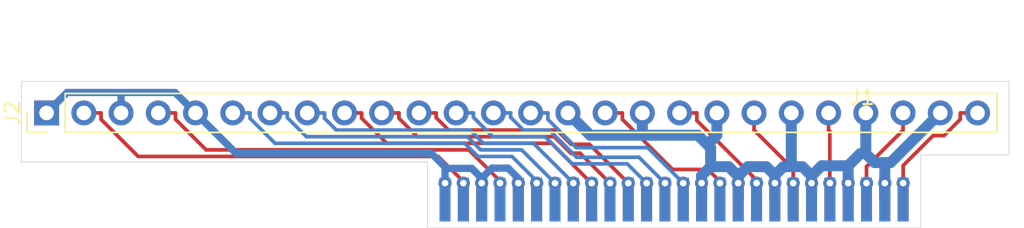
<source format=kicad_pcb>
(kicad_pcb (version 20171130) (host pcbnew "(5.1.5)-3")

  (general
    (thickness 1.6)
    (drawings 8)
    (tracks 206)
    (zones 0)
    (modules 2)
    (nets 20)
  )

  (page A4)
  (layers
    (0 F.Cu signal)
    (31 B.Cu signal)
    (32 B.Adhes user)
    (33 F.Adhes user)
    (34 B.Paste user)
    (35 F.Paste user)
    (36 B.SilkS user)
    (37 F.SilkS user)
    (38 B.Mask user)
    (39 F.Mask user)
    (40 Dwgs.User user)
    (41 Cmts.User user)
    (42 Eco1.User user)
    (43 Eco2.User user)
    (44 Edge.Cuts user)
    (45 Margin user)
    (46 B.CrtYd user)
    (47 F.CrtYd user)
    (48 B.Fab user)
    (49 F.Fab user)
  )

  (setup
    (last_trace_width 0.25)
    (user_trace_width 0.75)
    (trace_clearance 0.2)
    (zone_clearance 0.508)
    (zone_45_only no)
    (trace_min 0.2)
    (via_size 0.8)
    (via_drill 0.4)
    (via_min_size 0.4)
    (via_min_drill 0.3)
    (uvia_size 0.3)
    (uvia_drill 0.1)
    (uvias_allowed no)
    (uvia_min_size 0.2)
    (uvia_min_drill 0.1)
    (edge_width 0.05)
    (segment_width 0.2)
    (pcb_text_width 0.3)
    (pcb_text_size 1.5 1.5)
    (mod_edge_width 0.12)
    (mod_text_size 1 1)
    (mod_text_width 0.15)
    (pad_size 1.7 1.7)
    (pad_drill 1)
    (pad_to_mask_clearance 0.051)
    (solder_mask_min_width 0.25)
    (aux_axis_origin 0 0)
    (visible_elements 7FFFFFFF)
    (pcbplotparams
      (layerselection 0x010fc_ffffffff)
      (usegerberextensions false)
      (usegerberattributes false)
      (usegerberadvancedattributes false)
      (creategerberjobfile false)
      (excludeedgelayer true)
      (linewidth 0.100000)
      (plotframeref false)
      (viasonmask false)
      (mode 1)
      (useauxorigin false)
      (hpglpennumber 1)
      (hpglpenspeed 20)
      (hpglpendiameter 15.000000)
      (psnegative false)
      (psa4output false)
      (plotreference true)
      (plotvalue true)
      (plotinvisibletext false)
      (padsonsilk false)
      (subtractmaskfromsilk false)
      (outputformat 1)
      (mirror false)
      (drillshape 0)
      (scaleselection 1)
      (outputdirectory "gerber/"))
  )

  (net 0 "")
  (net 1 "Net-(J1-Pad26)")
  (net 2 "Net-(J1-Pad24)")
  (net 3 "Net-(J1-Pad2)")
  (net 4 "Net-(J1-Pad4)")
  (net 5 "Net-(J1-Pad6)")
  (net 6 "Net-(J1-Pad7)")
  (net 7 "Net-(J1-Pad8)")
  (net 8 "Net-(J1-Pad9)")
  (net 9 "Net-(J1-Pad10)")
  (net 10 "Net-(J1-Pad11)")
  (net 11 "Net-(J1-Pad12)")
  (net 12 "Net-(J1-Pad13)")
  (net 13 "Net-(J1-Pad14)")
  (net 14 "Net-(J1-Pad16)")
  (net 15 "Net-(J1-Pad18)")
  (net 16 "Net-(J1-Pad20)")
  (net 17 "Net-(J1-Pad22)")
  (net 18 GND)
  (net 19 VCC)

  (net_class Default "This is the default net class."
    (clearance 0.2)
    (trace_width 0.25)
    (via_dia 0.8)
    (via_drill 0.4)
    (uvia_dia 0.3)
    (uvia_drill 0.1)
    (add_net "Net-(J1-Pad10)")
    (add_net "Net-(J1-Pad11)")
    (add_net "Net-(J1-Pad12)")
    (add_net "Net-(J1-Pad13)")
    (add_net "Net-(J1-Pad14)")
    (add_net "Net-(J1-Pad16)")
    (add_net "Net-(J1-Pad18)")
    (add_net "Net-(J1-Pad2)")
    (add_net "Net-(J1-Pad20)")
    (add_net "Net-(J1-Pad22)")
    (add_net "Net-(J1-Pad24)")
    (add_net "Net-(J1-Pad26)")
    (add_net "Net-(J1-Pad4)")
    (add_net "Net-(J1-Pad6)")
    (add_net "Net-(J1-Pad7)")
    (add_net "Net-(J1-Pad8)")
    (add_net "Net-(J1-Pad9)")
  )

  (net_class power ""
    (clearance 0.3)
    (trace_width 0.75)
    (via_dia 1.5)
    (via_drill 0.8)
    (uvia_dia 0.3)
    (uvia_drill 0.1)
    (add_net GND)
  )

  (net_class power2 ""
    (clearance 0.3)
    (trace_width 0.5)
    (via_dia 1)
    (via_drill 0.5)
    (uvia_dia 0.3)
    (uvia_drill 0.1)
    (add_net VCC)
  )

  (module Connector:fdd_26_pin_insert_both_sides (layer F.Cu) (tedit 63B1D47D) (tstamp 62F710FA)
    (at 96.393 64.1985)
    (path /62F680CE)
    (fp_text reference J1 (at 28.448 -7.112) (layer F.SilkS)
      (effects (font (size 1 1) (thickness 0.15)))
    )
    (fp_text value Conn_01x26_Female (at 14.28496 -5.74802) (layer F.Fab)
      (effects (font (size 1 1) (thickness 0.15)))
    )
    (pad 26 thru_hole circle (at 31.25 -1.25) (size 0.9 0.9) (drill 0.45) (layers *.Cu *.Mask)
      (net 1 "Net-(J1-Pad26)"))
    (pad 25 thru_hole circle (at 30 -1.25) (size 0.9 0.9) (drill 0.45) (layers *.Cu *.Mask)
      (net 18 GND))
    (pad 24 thru_hole circle (at 28.75 -1.25) (size 0.9 0.9) (drill 0.45) (layers *.Cu *.Mask)
      (net 2 "Net-(J1-Pad24)"))
    (pad 23 thru_hole circle (at 27.5 -1.25) (size 0.9 0.9) (drill 0.45) (layers *.Cu *.Mask)
      (net 18 GND))
    (pad 22 thru_hole circle (at 26.25 -1.25) (size 0.9 0.9) (drill 0.45) (layers *.Cu *.Mask)
      (net 17 "Net-(J1-Pad22)"))
    (pad 21 thru_hole circle (at 25 -1.25) (size 0.9 0.9) (drill 0.45) (layers *.Cu *.Mask)
      (net 18 GND))
    (pad 20 thru_hole circle (at 23.75 -1.25) (size 0.9 0.9) (drill 0.45) (layers *.Cu *.Mask)
      (net 16 "Net-(J1-Pad20)"))
    (pad 19 thru_hole circle (at 22.5 -1.25) (size 0.9 0.9) (drill 0.45) (layers *.Cu *.Mask)
      (net 18 GND))
    (pad 18 thru_hole circle (at 21.25 -1.25) (size 0.9 0.9) (drill 0.45) (layers *.Cu *.Mask)
      (net 15 "Net-(J1-Pad18)"))
    (pad 17 thru_hole circle (at 20 -1.25) (size 0.9 0.9) (drill 0.45) (layers *.Cu *.Mask)
      (net 18 GND))
    (pad 16 thru_hole circle (at 18.75 -1.25) (size 0.9 0.9) (drill 0.45) (layers *.Cu *.Mask)
      (net 14 "Net-(J1-Pad16)"))
    (pad 15 thru_hole circle (at 17.5 -1.25 90) (size 0.9 0.9) (drill 0.45) (layers *.Cu *.Mask)
      (net 18 GND))
    (pad 14 thru_hole circle (at 16.25 -1.25) (size 0.9 0.9) (drill 0.45) (layers *.Cu *.Mask)
      (net 13 "Net-(J1-Pad14)"))
    (pad 13 thru_hole circle (at 15 -1.25) (size 0.9 0.9) (drill 0.45) (layers *.Cu *.Mask)
      (net 12 "Net-(J1-Pad13)"))
    (pad 12 thru_hole circle (at 13.75 -1.25) (size 0.9 0.9) (drill 0.45) (layers *.Cu *.Mask)
      (net 11 "Net-(J1-Pad12)"))
    (pad 11 thru_hole circle (at 12.5 -1.25) (size 0.9 0.9) (drill 0.45) (layers *.Cu *.Mask)
      (net 10 "Net-(J1-Pad11)"))
    (pad 10 thru_hole circle (at 11.25474 -1.25) (size 0.9 0.9) (drill 0.45) (layers *.Cu *.Mask)
      (net 9 "Net-(J1-Pad10)"))
    (pad 9 thru_hole circle (at 10 -1.25) (size 0.9 0.9) (drill 0.45) (layers *.Cu *.Mask)
      (net 8 "Net-(J1-Pad9)"))
    (pad 8 thru_hole circle (at 8.75 -1.25476) (size 0.9 0.9) (drill 0.45) (layers *.Cu *.Mask)
      (net 7 "Net-(J1-Pad8)"))
    (pad 7 thru_hole circle (at 7.5 -1.25) (size 0.9 0.9) (drill 0.45) (layers *.Cu *.Mask)
      (net 6 "Net-(J1-Pad7)"))
    (pad 6 thru_hole circle (at 6.25 -1.25) (size 0.9 0.9) (drill 0.45) (layers *.Cu *.Mask)
      (net 5 "Net-(J1-Pad6)"))
    (pad 5 thru_hole circle (at 5 -1.25) (size 0.9 0.9) (drill 0.45) (layers *.Cu *.Mask)
      (net 19 VCC))
    (pad 4 thru_hole circle (at 3.75 -1.25) (size 0.9 0.9) (drill 0.45) (layers *.Cu *.Mask)
      (net 4 "Net-(J1-Pad4)"))
    (pad 3 thru_hole circle (at 2.5 -1.25) (size 0.9 0.9) (drill 0.45) (layers *.Cu *.Mask)
      (net 19 VCC))
    (pad 2 thru_hole circle (at 1.25 -1.25 90) (size 0.9 0.9) (drill 0.45) (layers *.Cu *.Mask)
      (net 3 "Net-(J1-Pad2)"))
    (pad 1 thru_hole circle (at 0 -1.25) (size 0.9 0.9) (drill 0.45) (layers *.Cu *.Mask)
      (net 19 VCC))
    (pad 26 connect rect (at 31.25 -0.127) (size 0.75 3) (layers F.Cu B.Mask)
      (net 1 "Net-(J1-Pad26)"))
    (pad 25 connect rect (at 30 -0.127) (size 0.75 3) (layers F.Cu B.Mask)
      (net 18 GND))
    (pad 24 connect rect (at 28.75 -0.127) (size 0.75 3) (layers F.Cu B.Mask)
      (net 2 "Net-(J1-Pad24)"))
    (pad 23 connect rect (at 27.5 -0.127) (size 0.75 3) (layers F.Cu B.Mask)
      (net 18 GND))
    (pad 22 connect rect (at 26.25 -0.127) (size 0.75 3) (layers F.Cu B.Mask)
      (net 17 "Net-(J1-Pad22)"))
    (pad 21 connect rect (at 25 -0.127) (size 0.75 3) (layers F.Cu B.Mask)
      (net 18 GND))
    (pad 20 connect rect (at 23.75 -0.127) (size 0.75 3) (layers F.Cu B.Mask)
      (net 16 "Net-(J1-Pad20)"))
    (pad 19 connect rect (at 22.5 -0.127) (size 0.75 3) (layers F.Cu B.Mask)
      (net 18 GND))
    (pad 18 connect rect (at 21.25 -0.127) (size 0.75 3) (layers F.Cu B.Mask)
      (net 15 "Net-(J1-Pad18)"))
    (pad 17 connect rect (at 20 -0.127) (size 0.75 3) (layers F.Cu B.Mask)
      (net 18 GND))
    (pad 16 connect rect (at 18.75 -0.127) (size 0.75 3) (layers F.Cu B.Mask)
      (net 14 "Net-(J1-Pad16)"))
    (pad 15 connect rect (at 17.5 -0.127) (size 0.75 3) (layers F.Cu B.Mask)
      (net 18 GND))
    (pad 14 connect rect (at 16.25 -0.127) (size 0.75 3) (layers F.Cu B.Mask)
      (net 13 "Net-(J1-Pad14)"))
    (pad 13 connect rect (at 15 -0.127) (size 0.75 3) (layers F.Cu B.Mask)
      (net 12 "Net-(J1-Pad13)"))
    (pad 12 connect rect (at 13.75 -0.127) (size 0.75 3) (layers F.Cu B.Mask)
      (net 11 "Net-(J1-Pad12)"))
    (pad 11 connect rect (at 12.5 -0.127) (size 0.75 3) (layers F.Cu B.Mask)
      (net 10 "Net-(J1-Pad11)"))
    (pad 10 connect rect (at 11.25 -0.127) (size 0.75 3) (layers F.Cu B.Mask)
      (net 9 "Net-(J1-Pad10)"))
    (pad 9 connect rect (at 10 -0.127) (size 0.75 3) (layers F.Cu B.Mask)
      (net 8 "Net-(J1-Pad9)"))
    (pad 8 connect rect (at 8.75 -0.127) (size 0.75 3) (layers F.Cu B.Mask)
      (net 7 "Net-(J1-Pad8)"))
    (pad 7 connect rect (at 7.5 -0.127) (size 0.75 3) (layers F.Cu B.Mask)
      (net 6 "Net-(J1-Pad7)"))
    (pad 6 connect rect (at 6.25 -0.127) (size 0.75 3) (layers F.Cu B.Mask)
      (net 5 "Net-(J1-Pad6)"))
    (pad 5 connect rect (at 5 -0.127) (size 0.75 3) (layers F.Cu B.Mask)
      (net 19 VCC))
    (pad 4 connect rect (at 3.75 -0.127) (size 0.75 3) (layers F.Cu B.Mask)
      (net 4 "Net-(J1-Pad4)"))
    (pad 3 connect rect (at 2.5 -0.127) (size 0.75 3) (layers F.Cu B.Mask)
      (net 19 VCC))
    (pad 2 connect rect (at 1.25 -0.127) (size 0.75 3) (layers F.Cu B.Mask)
      (net 3 "Net-(J1-Pad2)"))
    (pad 1 connect rect (at 0 -0.127) (size 0.75 3) (layers F.Cu B.Mask)
      (net 19 VCC))
    (pad 1 connect rect (at 0 -0.127) (size 0.75 3) (layers B.Cu B.Mask)
      (net 19 VCC))
    (pad 2 connect rect (at 1.25 -0.127) (size 0.75 3) (layers B.Cu B.Mask)
      (net 3 "Net-(J1-Pad2)"))
    (pad 3 connect rect (at 2.5 -0.127) (size 0.75 3) (layers B.Cu B.Mask)
      (net 19 VCC))
    (pad 4 connect rect (at 3.75 -0.127) (size 0.75 3) (layers B.Cu B.Mask)
      (net 4 "Net-(J1-Pad4)"))
    (pad 5 connect rect (at 5 -0.127) (size 0.75 3) (layers B.Cu B.Mask)
      (net 19 VCC))
    (pad 6 connect rect (at 6.25 -0.127) (size 0.75 3) (layers B.Cu B.Mask)
      (net 5 "Net-(J1-Pad6)"))
    (pad 7 connect rect (at 7.5 -0.127) (size 0.75 3) (layers B.Cu B.Mask)
      (net 6 "Net-(J1-Pad7)"))
    (pad 8 connect rect (at 8.75 -0.127) (size 0.75 3) (layers B.Cu B.Mask)
      (net 7 "Net-(J1-Pad8)"))
    (pad 9 connect rect (at 10 -0.127) (size 0.75 3) (layers B.Cu B.Mask)
      (net 8 "Net-(J1-Pad9)"))
    (pad 10 connect rect (at 11.25 -0.127) (size 0.75 3) (layers B.Cu B.Mask)
      (net 9 "Net-(J1-Pad10)"))
    (pad 11 connect rect (at 12.5 -0.127) (size 0.75 3) (layers B.Cu B.Mask)
      (net 10 "Net-(J1-Pad11)"))
    (pad 12 connect rect (at 13.75 -0.127) (size 0.75 3) (layers B.Cu B.Mask)
      (net 11 "Net-(J1-Pad12)"))
    (pad 13 connect rect (at 15 -0.127) (size 0.75 3) (layers B.Cu B.Mask)
      (net 12 "Net-(J1-Pad13)"))
    (pad 14 connect rect (at 16.25 -0.127) (size 0.75 3) (layers B.Cu B.Mask)
      (net 13 "Net-(J1-Pad14)"))
    (pad 15 connect rect (at 17.5 -0.127) (size 0.75 3) (layers B.Cu B.Mask)
      (net 18 GND))
    (pad 16 connect rect (at 18.75 -0.127) (size 0.75 3) (layers B.Cu B.Mask)
      (net 14 "Net-(J1-Pad16)"))
    (pad 17 connect rect (at 20 -0.127) (size 0.75 3) (layers B.Cu B.Mask)
      (net 18 GND))
    (pad 18 connect rect (at 21.25 -0.127) (size 0.75 3) (layers B.Cu B.Mask)
      (net 15 "Net-(J1-Pad18)"))
    (pad 19 connect rect (at 22.5 -0.127) (size 0.75 3) (layers B.Cu B.Mask)
      (net 18 GND))
    (pad 20 connect rect (at 23.75 -0.127) (size 0.75 3) (layers B.Cu B.Mask)
      (net 16 "Net-(J1-Pad20)"))
    (pad 21 connect rect (at 25 -0.127) (size 0.75 3) (layers B.Cu B.Mask)
      (net 18 GND))
    (pad 22 connect rect (at 26.25 -0.127) (size 0.75 3) (layers B.Cu B.Mask)
      (net 17 "Net-(J1-Pad22)"))
    (pad 23 connect rect (at 27.5 -0.127) (size 0.75 3) (layers B.Cu B.Mask)
      (net 18 GND))
    (pad 24 connect rect (at 28.75 -0.127) (size 0.75 3) (layers B.Cu B.Mask)
      (net 2 "Net-(J1-Pad24)"))
    (pad 25 connect rect (at 30 -0.127) (size 0.75 3) (layers B.Cu B.Mask)
      (net 18 GND))
    (pad 26 connect rect (at 31.25 -0.127) (size 0.75 3) (layers B.Cu B.Mask)
      (net 1 "Net-(J1-Pad26)"))
  )

  (module Connector_PinHeader_2.54mm:PinHeader_1x26_P2.54mm_Vertical (layer F.Cu) (tedit 59FED5CC) (tstamp 62F71149)
    (at 69.215 58.15 90)
    (descr "Through hole straight pin header, 1x26, 2.54mm pitch, single row")
    (tags "Through hole pin header THT 1x26 2.54mm single row")
    (path /62F6AA14)
    (fp_text reference J2 (at 0 -2.33 90) (layer F.SilkS)
      (effects (font (size 1 1) (thickness 0.15)))
    )
    (fp_text value Conn_01x26_Female (at 0 65.83 90) (layer F.Fab)
      (effects (font (size 1 1) (thickness 0.15)))
    )
    (fp_text user %R (at 0 31.75) (layer F.Fab)
      (effects (font (size 1 1) (thickness 0.15)))
    )
    (fp_line (start 1.8 -1.8) (end -1.8 -1.8) (layer F.CrtYd) (width 0.05))
    (fp_line (start 1.8 65.3) (end 1.8 -1.8) (layer F.CrtYd) (width 0.05))
    (fp_line (start -1.8 65.3) (end 1.8 65.3) (layer F.CrtYd) (width 0.05))
    (fp_line (start -1.8 -1.8) (end -1.8 65.3) (layer F.CrtYd) (width 0.05))
    (fp_line (start -1.33 -1.33) (end 0 -1.33) (layer F.SilkS) (width 0.12))
    (fp_line (start -1.33 0) (end -1.33 -1.33) (layer F.SilkS) (width 0.12))
    (fp_line (start -1.33 1.27) (end 1.33 1.27) (layer F.SilkS) (width 0.12))
    (fp_line (start 1.33 1.27) (end 1.33 64.83) (layer F.SilkS) (width 0.12))
    (fp_line (start -1.33 1.27) (end -1.33 64.83) (layer F.SilkS) (width 0.12))
    (fp_line (start -1.33 64.83) (end 1.33 64.83) (layer F.SilkS) (width 0.12))
    (fp_line (start -1.27 -0.635) (end -0.635 -1.27) (layer F.Fab) (width 0.1))
    (fp_line (start -1.27 64.77) (end -1.27 -0.635) (layer F.Fab) (width 0.1))
    (fp_line (start 1.27 64.77) (end -1.27 64.77) (layer F.Fab) (width 0.1))
    (fp_line (start 1.27 -1.27) (end 1.27 64.77) (layer F.Fab) (width 0.1))
    (fp_line (start -0.635 -1.27) (end 1.27 -1.27) (layer F.Fab) (width 0.1))
    (pad 26 thru_hole oval (at 0 63.5 90) (size 1.7 1.7) (drill 1) (layers *.Cu *.Mask)
      (net 1 "Net-(J1-Pad26)"))
    (pad 25 thru_hole oval (at 0 60.96 90) (size 1.7 1.7) (drill 1) (layers *.Cu *.Mask)
      (net 18 GND))
    (pad 24 thru_hole oval (at 0 58.42 90) (size 1.7 1.7) (drill 1) (layers *.Cu *.Mask)
      (net 2 "Net-(J1-Pad24)"))
    (pad 23 thru_hole oval (at 0 55.88 90) (size 1.7 1.7) (drill 1) (layers *.Cu *.Mask)
      (net 18 GND))
    (pad 22 thru_hole oval (at 0 53.34 90) (size 1.7 1.7) (drill 1) (layers *.Cu *.Mask)
      (net 17 "Net-(J1-Pad22)"))
    (pad 21 thru_hole oval (at 0 50.8 90) (size 1.7 1.7) (drill 1) (layers *.Cu *.Mask)
      (net 18 GND))
    (pad 20 thru_hole oval (at 0 48.26 90) (size 1.7 1.7) (drill 1) (layers *.Cu *.Mask)
      (net 16 "Net-(J1-Pad20)"))
    (pad 19 thru_hole oval (at 0 45.72 90) (size 1.7 1.7) (drill 1) (layers *.Cu *.Mask)
      (net 18 GND))
    (pad 18 thru_hole oval (at 0 43.18 90) (size 1.7 1.7) (drill 1) (layers *.Cu *.Mask)
      (net 15 "Net-(J1-Pad18)"))
    (pad 17 thru_hole oval (at 0 40.64 90) (size 1.7 1.7) (drill 1) (layers *.Cu *.Mask)
      (net 18 GND))
    (pad 16 thru_hole oval (at 0 38.1 90) (size 1.7 1.7) (drill 1) (layers *.Cu *.Mask)
      (net 14 "Net-(J1-Pad16)"))
    (pad 15 thru_hole oval (at 0 35.56 90) (size 1.7 1.7) (drill 1) (layers *.Cu *.Mask)
      (net 18 GND))
    (pad 14 thru_hole oval (at 0 33.02 90) (size 1.7 1.7) (drill 1) (layers *.Cu *.Mask)
      (net 13 "Net-(J1-Pad14)"))
    (pad 13 thru_hole oval (at 0 30.48 90) (size 1.7 1.7) (drill 1) (layers *.Cu *.Mask)
      (net 12 "Net-(J1-Pad13)"))
    (pad 12 thru_hole oval (at 0 27.94 90) (size 1.7 1.7) (drill 1) (layers *.Cu *.Mask)
      (net 11 "Net-(J1-Pad12)"))
    (pad 11 thru_hole oval (at 0 25.4 90) (size 1.7 1.7) (drill 1) (layers *.Cu *.Mask)
      (net 10 "Net-(J1-Pad11)"))
    (pad 10 thru_hole oval (at 0 22.86 90) (size 1.7 1.7) (drill 1) (layers *.Cu *.Mask)
      (net 9 "Net-(J1-Pad10)"))
    (pad 9 thru_hole oval (at 0 20.32 90) (size 1.7 1.7) (drill 1) (layers *.Cu *.Mask)
      (net 8 "Net-(J1-Pad9)"))
    (pad 8 thru_hole oval (at 0 17.78 90) (size 1.7 1.7) (drill 1) (layers *.Cu *.Mask)
      (net 7 "Net-(J1-Pad8)"))
    (pad 7 thru_hole oval (at 0 15.24 90) (size 1.7 1.7) (drill 1) (layers *.Cu *.Mask)
      (net 6 "Net-(J1-Pad7)"))
    (pad 6 thru_hole oval (at 0 12.7 90) (size 1.7 1.7) (drill 1) (layers *.Cu *.Mask)
      (net 5 "Net-(J1-Pad6)"))
    (pad 5 thru_hole oval (at 0 10.16 90) (size 1.7 1.7) (drill 1) (layers *.Cu *.Mask)
      (net 19 VCC))
    (pad 4 thru_hole oval (at 0 7.62 90) (size 1.7 1.7) (drill 1) (layers *.Cu *.Mask)
      (net 4 "Net-(J1-Pad4)"))
    (pad 3 thru_hole oval (at 0 5.08 90) (size 1.7 1.7) (drill 1) (layers *.Cu *.Mask)
      (net 19 VCC))
    (pad 2 thru_hole oval (at 0 2.54 90) (size 1.7 1.7) (drill 1) (layers *.Cu *.Mask)
      (net 3 "Net-(J1-Pad2)"))
    (pad 1 thru_hole rect (at 0 0 90) (size 1.7 1.7) (drill 1) (layers *.Cu *.Mask)
      (net 19 VCC))
    (model ${KISYS3DMOD}/Connector_PinHeader_2.54mm.3dshapes/PinHeader_1x26_P2.54mm_Vertical.wrl
      (at (xyz 0 0 0))
      (scale (xyz 1 1 1))
      (rotate (xyz 0 0 0))
    )
  )

  (gr_line (start 95.193 61.5) (end 67.5 61.5) (layer Edge.Cuts) (width 0.05))
  (gr_line (start 134.874 61.0235) (end 134.874 56) (layer Edge.Cuts) (width 0.05))
  (gr_line (start 128.843 61.0235) (end 134.874 61.0235) (layer Edge.Cuts) (width 0.05))
  (gr_line (start 67.5 61.5) (end 67.5 56) (layer Edge.Cuts) (width 0.05))
  (gr_line (start 128.843 66) (end 95.193 66) (layer Edge.Cuts) (width 0.05))
  (gr_line (start 95.193 66) (end 95.193 61.5) (layer Edge.Cuts) (width 0.05))
  (gr_line (start 128.843 61.0235) (end 128.843 66) (layer Edge.Cuts) (width 0.05))
  (gr_line (start 67.5 56) (end 134.874 56) (layer Edge.Cuts) (width 0.05))

  (segment (start 127.643 62.9485) (end 127.643 64.0715) (width 0.25) (layer F.Cu) (net 1))
  (segment (start 131.5397 58.15) (end 131.5397 58.5907) (width 0.25) (layer F.Cu) (net 1))
  (segment (start 131.5397 58.5907) (end 130.4282 59.7022) (width 0.25) (layer F.Cu) (net 1))
  (segment (start 130.4282 59.7022) (end 129.6856 59.7022) (width 0.25) (layer F.Cu) (net 1))
  (segment (start 129.6856 59.7022) (end 127.643 61.7448) (width 0.25) (layer F.Cu) (net 1))
  (segment (start 127.643 61.7448) (end 127.643 62.9485) (width 0.25) (layer F.Cu) (net 1))
  (segment (start 127.643 64.0715) (end 127.643 62.9485) (width 0.25) (layer B.Cu) (net 1))
  (segment (start 132.715 58.15) (end 131.5397 58.15) (width 0.25) (layer F.Cu) (net 1))
  (segment (start 127.635 58.15) (end 127.635 59.3253) (width 0.25) (layer F.Cu) (net 2))
  (segment (start 127.635 59.3253) (end 125.143 61.8173) (width 0.25) (layer F.Cu) (net 2))
  (segment (start 125.143 61.8173) (end 125.143 62.9485) (width 0.25) (layer F.Cu) (net 2))
  (segment (start 125.143 64.0715) (end 125.143 62.9485) (width 0.25) (layer B.Cu) (net 2))
  (segment (start 125.143 64.0715) (end 125.143 62.9485) (width 0.25) (layer F.Cu) (net 2))
  (segment (start 72.9303 58.15) (end 72.9303 58.5907) (width 0.25) (layer F.Cu) (net 3))
  (segment (start 72.9303 58.5907) (end 75.4661 61.1265) (width 0.25) (layer F.Cu) (net 3))
  (segment (start 75.4661 61.1265) (end 95.9284 61.1265) (width 0.25) (layer F.Cu) (net 3))
  (segment (start 95.9284 61.1265) (end 97.643 62.8411) (width 0.25) (layer F.Cu) (net 3))
  (segment (start 97.643 62.8411) (end 97.643 62.9485) (width 0.25) (layer F.Cu) (net 3))
  (segment (start 71.755 58.15) (end 72.9303 58.15) (width 0.25) (layer F.Cu) (net 3))
  (segment (start 97.643 62.9485) (end 97.643 64.0715) (width 0.25) (layer B.Cu) (net 3))
  (segment (start 97.643 64.0715) (end 97.643 62.9485) (width 0.25) (layer F.Cu) (net 3))
  (segment (start 78.0103 58.15) (end 78.0103 58.5907) (width 0.25) (layer F.Cu) (net 4))
  (segment (start 78.0103 58.5907) (end 80.0958 60.6762) (width 0.25) (layer F.Cu) (net 4))
  (segment (start 80.0958 60.6762) (end 98.016 60.6762) (width 0.25) (layer F.Cu) (net 4))
  (segment (start 98.016 60.6762) (end 100.143 62.8032) (width 0.25) (layer F.Cu) (net 4))
  (segment (start 100.143 62.8032) (end 100.143 62.9485) (width 0.25) (layer F.Cu) (net 4))
  (segment (start 76.835 58.15) (end 78.0103 58.15) (width 0.25) (layer F.Cu) (net 4))
  (segment (start 100.143 62.9485) (end 100.143 64.0715) (width 0.25) (layer B.Cu) (net 4))
  (segment (start 100.143 64.0715) (end 100.143 62.9485) (width 0.25) (layer F.Cu) (net 4))
  (segment (start 83.0903 58.15) (end 83.0903 58.5174) (width 0.25) (layer B.Cu) (net 5))
  (segment (start 83.0903 58.5174) (end 84.7988 60.2259) (width 0.25) (layer B.Cu) (net 5))
  (segment (start 84.7988 60.2259) (end 97.7346 60.2259) (width 0.25) (layer B.Cu) (net 5))
  (segment (start 97.7346 60.2259) (end 98.6352 61.1265) (width 0.25) (layer B.Cu) (net 5))
  (segment (start 98.6352 61.1265) (end 100.9624 61.1265) (width 0.25) (layer B.Cu) (net 5))
  (segment (start 100.9624 61.1265) (end 102.643 62.8071) (width 0.25) (layer B.Cu) (net 5))
  (segment (start 102.643 62.8071) (end 102.643 62.9485) (width 0.25) (layer B.Cu) (net 5))
  (segment (start 102.643 64.0715) (end 102.643 62.9485) (width 0.25) (layer F.Cu) (net 5))
  (segment (start 102.643 64.0715) (end 102.643 62.9485) (width 0.25) (layer B.Cu) (net 5))
  (segment (start 81.915 58.15) (end 83.0903 58.15) (width 0.25) (layer B.Cu) (net 5))
  (segment (start 85.6303 58.15) (end 85.6303 58.4685) (width 0.25) (layer B.Cu) (net 6))
  (segment (start 85.6303 58.4685) (end 86.9374 59.7756) (width 0.25) (layer B.Cu) (net 6))
  (segment (start 86.9374 59.7756) (end 97.9212 59.7756) (width 0.25) (layer B.Cu) (net 6))
  (segment (start 97.9212 59.7756) (end 98.8218 60.6762) (width 0.25) (layer B.Cu) (net 6))
  (segment (start 98.8218 60.6762) (end 101.6207 60.6762) (width 0.25) (layer B.Cu) (net 6))
  (segment (start 101.6207 60.6762) (end 103.893 62.9485) (width 0.25) (layer B.Cu) (net 6))
  (segment (start 103.893 64.0715) (end 103.893 62.9485) (width 0.25) (layer F.Cu) (net 6))
  (segment (start 103.893 64.0715) (end 103.893 62.9485) (width 0.25) (layer B.Cu) (net 6))
  (segment (start 84.455 58.15) (end 85.6303 58.15) (width 0.25) (layer B.Cu) (net 6))
  (segment (start 86.995 58.15) (end 88.1703 58.15) (width 0.25) (layer B.Cu) (net 7))
  (segment (start 88.1703 58.15) (end 88.1703 58.5174) (width 0.25) (layer B.Cu) (net 7))
  (segment (start 88.1703 58.5174) (end 88.9782 59.3253) (width 0.25) (layer B.Cu) (net 7))
  (segment (start 88.9782 59.3253) (end 98.1078 59.3253) (width 0.25) (layer B.Cu) (net 7))
  (segment (start 98.1078 59.3253) (end 99.0084 60.2259) (width 0.25) (layer B.Cu) (net 7))
  (segment (start 99.0084 60.2259) (end 102.4252 60.2259) (width 0.25) (layer B.Cu) (net 7))
  (segment (start 102.4252 60.2259) (end 105.143 62.9437) (width 0.25) (layer B.Cu) (net 7))
  (segment (start 105.143 64.0715) (end 105.143 62.9437) (width 0.25) (layer F.Cu) (net 7))
  (segment (start 105.143 64.0715) (end 105.143 62.9437) (width 0.25) (layer B.Cu) (net 7))
  (segment (start 90.7103 58.15) (end 90.7103 58.5173) (width 0.25) (layer F.Cu) (net 8))
  (segment (start 90.7103 58.5173) (end 92.4189 60.2259) (width 0.25) (layer F.Cu) (net 8))
  (segment (start 92.4189 60.2259) (end 103.6513 60.2259) (width 0.25) (layer F.Cu) (net 8))
  (segment (start 103.6513 60.2259) (end 106.3739 62.9485) (width 0.25) (layer F.Cu) (net 8))
  (segment (start 106.3739 62.9485) (end 106.393 62.9485) (width 0.25) (layer F.Cu) (net 8))
  (segment (start 89.535 58.15) (end 90.7103 58.15) (width 0.25) (layer F.Cu) (net 8))
  (segment (start 106.393 64.0715) (end 106.393 62.9485) (width 0.25) (layer B.Cu) (net 8))
  (segment (start 106.393 64.0715) (end 106.393 62.9485) (width 0.25) (layer F.Cu) (net 8))
  (segment (start 93.2503 58.15) (end 93.2503 58.5174) (width 0.25) (layer F.Cu) (net 9))
  (segment (start 93.2503 58.5174) (end 94.5085 59.7756) (width 0.25) (layer F.Cu) (net 9))
  (segment (start 94.5085 59.7756) (end 103.8379 59.7756) (width 0.25) (layer F.Cu) (net 9))
  (segment (start 103.8379 59.7756) (end 104.9641 60.9018) (width 0.25) (layer F.Cu) (net 9))
  (segment (start 104.9641 60.9018) (end 105.601 60.9018) (width 0.25) (layer F.Cu) (net 9))
  (segment (start 105.601 60.9018) (end 107.6477 62.9485) (width 0.25) (layer F.Cu) (net 9))
  (segment (start 92.075 58.15) (end 93.2503 58.15) (width 0.25) (layer F.Cu) (net 9))
  (segment (start 107.6477 62.9485) (end 107.643 62.9532) (width 0.25) (layer B.Cu) (net 9))
  (segment (start 107.643 62.9532) (end 107.643 64.0715) (width 0.25) (layer B.Cu) (net 9))
  (segment (start 107.643 64.0715) (end 107.6477 64.0668) (width 0.25) (layer F.Cu) (net 9))
  (segment (start 107.6477 64.0668) (end 107.6477 62.9485) (width 0.25) (layer F.Cu) (net 9))
  (segment (start 94.615 58.15) (end 95.7903 58.15) (width 0.25) (layer F.Cu) (net 10))
  (segment (start 95.7903 58.15) (end 95.7903 58.4737) (width 0.25) (layer F.Cu) (net 10))
  (segment (start 95.7903 58.4737) (end 96.6419 59.3253) (width 0.25) (layer F.Cu) (net 10))
  (segment (start 96.6419 59.3253) (end 104.0245 59.3253) (width 0.25) (layer F.Cu) (net 10))
  (segment (start 104.0245 59.3253) (end 104.9914 60.2922) (width 0.25) (layer F.Cu) (net 10))
  (segment (start 104.9914 60.2922) (end 106.2367 60.2922) (width 0.25) (layer F.Cu) (net 10))
  (segment (start 106.2367 60.2922) (end 108.893 62.9485) (width 0.25) (layer F.Cu) (net 10))
  (segment (start 108.893 64.0715) (end 108.893 62.9485) (width 0.25) (layer B.Cu) (net 10))
  (segment (start 108.893 64.0715) (end 108.893 62.9485) (width 0.25) (layer F.Cu) (net 10))
  (segment (start 98.3303 58.15) (end 98.3303 58.4513) (width 0.25) (layer B.Cu) (net 11))
  (segment (start 98.3303 58.4513) (end 99.6546 59.7756) (width 0.25) (layer B.Cu) (net 11))
  (segment (start 99.6546 59.7756) (end 103.2201 59.7756) (width 0.25) (layer B.Cu) (net 11))
  (segment (start 103.2201 59.7756) (end 105.075 61.6305) (width 0.25) (layer B.Cu) (net 11))
  (segment (start 105.075 61.6305) (end 108.825 61.6305) (width 0.25) (layer B.Cu) (net 11))
  (segment (start 108.825 61.6305) (end 110.143 62.9485) (width 0.25) (layer B.Cu) (net 11))
  (segment (start 97.155 58.15) (end 98.3303 58.15) (width 0.25) (layer B.Cu) (net 11))
  (segment (start 110.143 64.0715) (end 110.143 62.9485) (width 0.25) (layer B.Cu) (net 11))
  (segment (start 110.143 64.0715) (end 110.143 62.9485) (width 0.25) (layer F.Cu) (net 11))
  (segment (start 100.8703 58.15) (end 100.8703 58.4513) (width 0.25) (layer B.Cu) (net 12))
  (segment (start 100.8703 58.4513) (end 101.7443 59.3253) (width 0.25) (layer B.Cu) (net 12))
  (segment (start 101.7443 59.3253) (end 103.5079 59.3253) (width 0.25) (layer B.Cu) (net 12))
  (segment (start 103.5079 59.3253) (end 105.3627 61.1801) (width 0.25) (layer B.Cu) (net 12))
  (segment (start 105.3627 61.1801) (end 109.6246 61.1801) (width 0.25) (layer B.Cu) (net 12))
  (segment (start 109.6246 61.1801) (end 111.393 62.9485) (width 0.25) (layer B.Cu) (net 12))
  (segment (start 99.695 58.15) (end 100.8703 58.15) (width 0.25) (layer B.Cu) (net 12))
  (segment (start 111.393 64.0715) (end 111.393 62.9485) (width 0.25) (layer B.Cu) (net 12))
  (segment (start 111.393 64.0715) (end 111.393 62.9485) (width 0.25) (layer F.Cu) (net 12))
  (segment (start 112.643 64.0715) (end 112.643 62.9485) (width 0.25) (layer B.Cu) (net 13))
  (segment (start 102.235 58.15) (end 103.4103 58.15) (width 0.25) (layer B.Cu) (net 13))
  (segment (start 103.4103 58.15) (end 103.4103 58.5908) (width 0.25) (layer B.Cu) (net 13))
  (segment (start 103.4103 58.5908) (end 105.3456 60.5261) (width 0.25) (layer B.Cu) (net 13))
  (segment (start 105.3456 60.5261) (end 110.2206 60.5261) (width 0.25) (layer B.Cu) (net 13))
  (segment (start 110.2206 60.5261) (end 112.643 62.9485) (width 0.25) (layer B.Cu) (net 13))
  (segment (start 112.643 64.0715) (end 112.643 62.9485) (width 0.25) (layer F.Cu) (net 13))
  (segment (start 107.315 58.15) (end 108.4903 58.15) (width 0.25) (layer F.Cu) (net 14))
  (segment (start 108.4903 58.15) (end 108.4903 58.5907) (width 0.25) (layer F.Cu) (net 14))
  (segment (start 108.4903 58.5907) (end 111.9121 62.0125) (width 0.25) (layer F.Cu) (net 14))
  (segment (start 111.9121 62.0125) (end 114.3241 62.0125) (width 0.25) (layer F.Cu) (net 14))
  (segment (start 114.3241 62.0125) (end 115.143 62.8314) (width 0.25) (layer F.Cu) (net 14))
  (segment (start 115.143 62.8314) (end 115.143 62.9485) (width 0.25) (layer F.Cu) (net 14))
  (segment (start 115.143 64.0715) (end 115.143 62.9485) (width 0.25) (layer F.Cu) (net 14))
  (segment (start 115.143 64.0715) (end 115.143 62.9485) (width 0.25) (layer B.Cu) (net 14))
  (segment (start 112.395 58.15) (end 113.5703 58.15) (width 0.25) (layer F.Cu) (net 15))
  (segment (start 113.5703 58.15) (end 113.5703 58.6721) (width 0.25) (layer F.Cu) (net 15))
  (segment (start 113.5703 58.6721) (end 117.643 62.7448) (width 0.25) (layer F.Cu) (net 15))
  (segment (start 117.643 62.7448) (end 117.643 62.9485) (width 0.25) (layer F.Cu) (net 15))
  (segment (start 117.643 62.9485) (end 117.643 64.0715) (width 0.25) (layer B.Cu) (net 15))
  (segment (start 117.643 64.0715) (end 117.643 62.9485) (width 0.25) (layer F.Cu) (net 15))
  (segment (start 117.475 58.15) (end 117.475 59.3253) (width 0.25) (layer F.Cu) (net 16))
  (segment (start 117.475 59.3253) (end 120.143 61.9933) (width 0.25) (layer F.Cu) (net 16))
  (segment (start 120.143 61.9933) (end 120.143 62.9485) (width 0.25) (layer F.Cu) (net 16))
  (segment (start 120.143 64.0715) (end 120.143 62.9485) (width 0.25) (layer F.Cu) (net 16))
  (segment (start 120.143 64.0715) (end 120.143 62.9485) (width 0.25) (layer B.Cu) (net 16))
  (segment (start 122.555 58.15) (end 122.555 59.3253) (width 0.25) (layer F.Cu) (net 17))
  (segment (start 122.643 62.9485) (end 122.643 59.4133) (width 0.25) (layer F.Cu) (net 17))
  (segment (start 122.643 59.4133) (end 122.555 59.3253) (width 0.25) (layer F.Cu) (net 17))
  (segment (start 122.643 64.0715) (end 122.643 62.9485) (width 0.25) (layer F.Cu) (net 17))
  (segment (start 122.643 64.0715) (end 122.643 62.9485) (width 0.25) (layer B.Cu) (net 17))
  (segment (start 118.893 62.4081) (end 118.893 62.9485) (width 0.75) (layer B.Cu) (net 18))
  (segment (start 120.015 61.8231) (end 119.478 61.8231) (width 0.75) (layer B.Cu) (net 18))
  (segment (start 119.478 61.8231) (end 118.893 62.4081) (width 0.75) (layer B.Cu) (net 18))
  (segment (start 118.893 62.4081) (end 118.308 61.8231) (width 0.75) (layer B.Cu) (net 18))
  (segment (start 118.308 61.8231) (end 117.0429 61.8231) (width 0.75) (layer B.Cu) (net 18))
  (segment (start 117.0429 61.8231) (end 116.393 62.473) (width 0.75) (layer B.Cu) (net 18))
  (segment (start 116.393 62.473) (end 116.393 62.9485) (width 0.75) (layer B.Cu) (net 18))
  (segment (start 114.5096 61.8231) (end 115.7431 61.8231) (width 0.75) (layer B.Cu) (net 18))
  (segment (start 115.7431 61.8231) (end 116.393 62.473) (width 0.75) (layer B.Cu) (net 18))
  (segment (start 120.015 61.8231) (end 120.768 61.8231) (width 0.75) (layer B.Cu) (net 18))
  (segment (start 120.768 61.8231) (end 121.393 62.4481) (width 0.75) (layer B.Cu) (net 18))
  (segment (start 120.015 59.6753) (end 120.015 61.8231) (width 0.75) (layer B.Cu) (net 18))
  (segment (start 114.5096 61.8231) (end 113.893 62.4397) (width 0.75) (layer B.Cu) (net 18))
  (segment (start 113.893 62.4397) (end 113.893 62.9485) (width 0.75) (layer B.Cu) (net 18))
  (segment (start 114.2925 60.3178) (end 114.5096 60.5349) (width 0.75) (layer B.Cu) (net 18))
  (segment (start 114.5096 60.5349) (end 114.5096 61.8231) (width 0.75) (layer B.Cu) (net 18))
  (segment (start 126.393 61.5448) (end 125.7071 61.5448) (width 0.75) (layer B.Cu) (net 18))
  (segment (start 125.7071 61.5448) (end 125.095 60.9327) (width 0.75) (layer B.Cu) (net 18))
  (segment (start 130.175 58.15) (end 126.7802 61.5448) (width 0.75) (layer B.Cu) (net 18))
  (segment (start 126.7802 61.5448) (end 126.393 61.5448) (width 0.75) (layer B.Cu) (net 18))
  (segment (start 126.393 61.5448) (end 126.393 62.9485) (width 0.75) (layer B.Cu) (net 18))
  (segment (start 123.893 61.7617) (end 124.722 60.9327) (width 0.75) (layer B.Cu) (net 18))
  (segment (start 124.722 60.9327) (end 125.095 60.9327) (width 0.75) (layer B.Cu) (net 18))
  (segment (start 125.095 60.9327) (end 125.095 59.6753) (width 0.75) (layer B.Cu) (net 18))
  (segment (start 125.095 58.15) (end 125.095 59.6753) (width 0.75) (layer B.Cu) (net 18))
  (segment (start 123.893 61.7617) (end 123.893 62.9485) (width 0.75) (layer B.Cu) (net 18))
  (segment (start 121.393 62.4481) (end 122.0794 61.7617) (width 0.75) (layer B.Cu) (net 18))
  (segment (start 122.0794 61.7617) (end 123.893 61.7617) (width 0.75) (layer B.Cu) (net 18))
  (segment (start 123.893 62.9485) (end 123.893 64.0715) (width 0.75) (layer B.Cu) (net 18))
  (segment (start 121.393 62.4481) (end 121.393 62.9485) (width 0.75) (layer B.Cu) (net 18))
  (segment (start 120.015 58.15) (end 120.015 59.6753) (width 0.75) (layer B.Cu) (net 18))
  (segment (start 114.2925 60.3178) (end 114.935 59.6753) (width 0.75) (layer B.Cu) (net 18))
  (segment (start 109.855 59.6753) (end 113.65 59.6753) (width 0.75) (layer B.Cu) (net 18))
  (segment (start 113.65 59.6753) (end 114.2925 60.3178) (width 0.75) (layer B.Cu) (net 18))
  (segment (start 104.775 58.15) (end 106.3003 59.6753) (width 0.75) (layer B.Cu) (net 18))
  (segment (start 106.3003 59.6753) (end 109.855 59.6753) (width 0.75) (layer B.Cu) (net 18))
  (segment (start 114.935 58.15) (end 114.935 59.6753) (width 0.75) (layer B.Cu) (net 18))
  (segment (start 109.855 58.15) (end 109.855 59.6753) (width 0.75) (layer B.Cu) (net 18))
  (segment (start 118.893 62.9485) (end 118.893 64.0715) (width 0.75) (layer B.Cu) (net 18))
  (segment (start 116.393 64.0715) (end 116.393 62.9485) (width 0.75) (layer B.Cu) (net 18))
  (segment (start 113.893 62.9485) (end 113.893 64.0715) (width 0.75) (layer B.Cu) (net 18))
  (segment (start 126.393 64.0715) (end 126.393 62.9485) (width 0.75) (layer F.Cu) (net 18))
  (segment (start 123.893 64.0715) (end 123.893 62.9485) (width 0.75) (layer F.Cu) (net 18))
  (segment (start 121.393 64.0715) (end 121.393 62.9485) (width 0.75) (layer F.Cu) (net 18))
  (segment (start 118.893 64.0715) (end 118.893 62.9485) (width 0.75) (layer F.Cu) (net 18))
  (segment (start 116.393 64.0715) (end 116.393 62.9485) (width 0.75) (layer F.Cu) (net 18))
  (segment (start 113.893 64.0715) (end 113.893 62.9485) (width 0.75) (layer F.Cu) (net 18))
  (segment (start 121.393 64.0715) (end 121.393 62.9485) (width 0.75) (layer B.Cu) (net 18))
  (segment (start 126.393 64.0715) (end 126.393 62.9485) (width 0.75) (layer B.Cu) (net 18))
  (segment (start 96.393 62.9485) (end 96.393 64.0715) (width 0.5) (layer F.Cu) (net 19))
  (segment (start 96.393 61.9402) (end 96.393 62.9485) (width 0.5) (layer B.Cu) (net 19))
  (segment (start 79.375 58.15) (end 82.1263 60.9013) (width 0.5) (layer B.Cu) (net 19))
  (segment (start 82.1263 60.9013) (end 95.4502 60.9013) (width 0.5) (layer B.Cu) (net 19))
  (segment (start 95.4502 60.9013) (end 96.393 61.8441) (width 0.5) (layer B.Cu) (net 19))
  (segment (start 96.393 61.8441) (end 96.393 61.9402) (width 0.5) (layer B.Cu) (net 19))
  (segment (start 98.893 62.6133) (end 98.2199 61.9402) (width 0.5) (layer B.Cu) (net 19))
  (segment (start 98.2199 61.9402) (end 96.393 61.9402) (width 0.5) (layer B.Cu) (net 19))
  (segment (start 98.893 62.6133) (end 98.893 62.9485) (width 0.5) (layer B.Cu) (net 19))
  (segment (start 101.393 62.9485) (end 101.393 62.6214) (width 0.5) (layer B.Cu) (net 19))
  (segment (start 101.393 62.6214) (end 100.6947 61.9231) (width 0.5) (layer B.Cu) (net 19))
  (segment (start 100.6947 61.9231) (end 99.5832 61.9231) (width 0.5) (layer B.Cu) (net 19))
  (segment (start 99.5832 61.9231) (end 98.893 62.6133) (width 0.5) (layer B.Cu) (net 19))
  (segment (start 74.295 56.7497) (end 77.9747 56.7497) (width 0.5) (layer B.Cu) (net 19))
  (segment (start 77.9747 56.7497) (end 79.375 58.15) (width 0.5) (layer B.Cu) (net 19))
  (segment (start 96.393 64.0715) (end 96.393 62.9485) (width 0.5) (layer B.Cu) (net 19))
  (segment (start 101.393 64.0715) (end 101.393 62.9485) (width 0.5) (layer F.Cu) (net 19))
  (segment (start 98.893 64.0715) (end 98.893 62.9485) (width 0.5) (layer F.Cu) (net 19))
  (segment (start 98.893 64.0715) (end 98.893 62.9485) (width 0.5) (layer B.Cu) (net 19))
  (segment (start 101.393 64.0715) (end 101.393 62.9485) (width 0.5) (layer B.Cu) (net 19))
  (segment (start 69.215 58.15) (end 70.6153 56.7497) (width 0.5) (layer B.Cu) (net 19))
  (segment (start 70.6153 56.7497) (end 74.295 56.7497) (width 0.5) (layer B.Cu) (net 19))
  (segment (start 74.295 58.15) (end 74.295 56.7497) (width 0.5) (layer B.Cu) (net 19))

)

</source>
